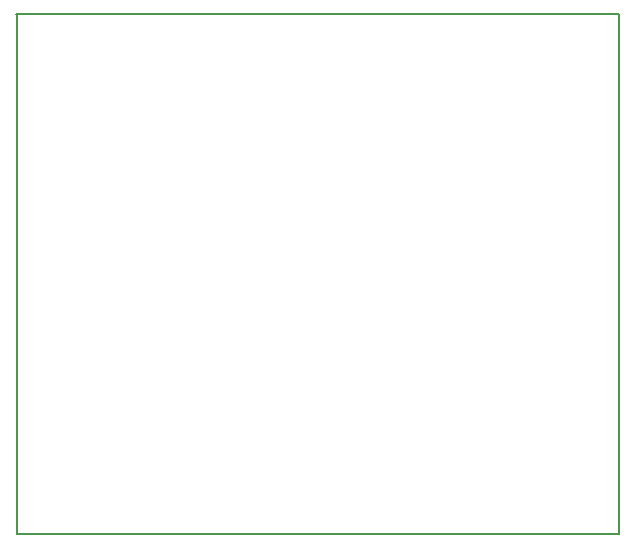
<source format=gbr>
%TF.GenerationSoftware,KiCad,Pcbnew,(5.0.2)-1*%
%TF.CreationDate,2019-01-23T22:58:30+01:00*%
%TF.ProjectId,HDMI-Terminal,48444d49-2d54-4657-926d-696e616c2e6b,rev?*%
%TF.SameCoordinates,Original*%
%TF.FileFunction,Profile,NP*%
%FSLAX46Y46*%
G04 Gerber Fmt 4.6, Leading zero omitted, Abs format (unit mm)*
G04 Created by KiCad (PCBNEW (5.0.2)-1) date 23.01.2019 22:58:30*
%MOMM*%
%LPD*%
G01*
G04 APERTURE LIST*
%ADD10C,0.200000*%
G04 APERTURE END LIST*
D10*
X87976200Y-62000000D02*
X138976200Y-62000000D01*
X139000000Y-62000000D02*
X139000000Y-106000000D01*
X88000000Y-106000000D02*
X139000000Y-106000000D01*
X88000000Y-62000000D02*
X88000000Y-106000000D01*
M02*

</source>
